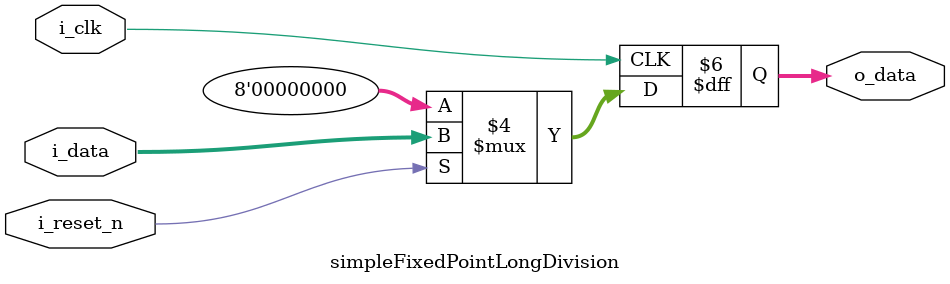
<source format=v>

`default_nettype none
`timescale 1ps/1ps

module simpleFixedPointLongDivision(
    input   wire    [0:0]   i_clk,
    input   wire    [0:0]   i_reset_n,
    input   wire    [7:0]   i_data,
    output  reg     [7:0]   o_data
);

always @(posedge i_clk) begin
    if(!i_reset_n) begin
        o_data <= 8'h00;
    end else begin
        o_data <= i_data;
    end
end

endmodule

</source>
